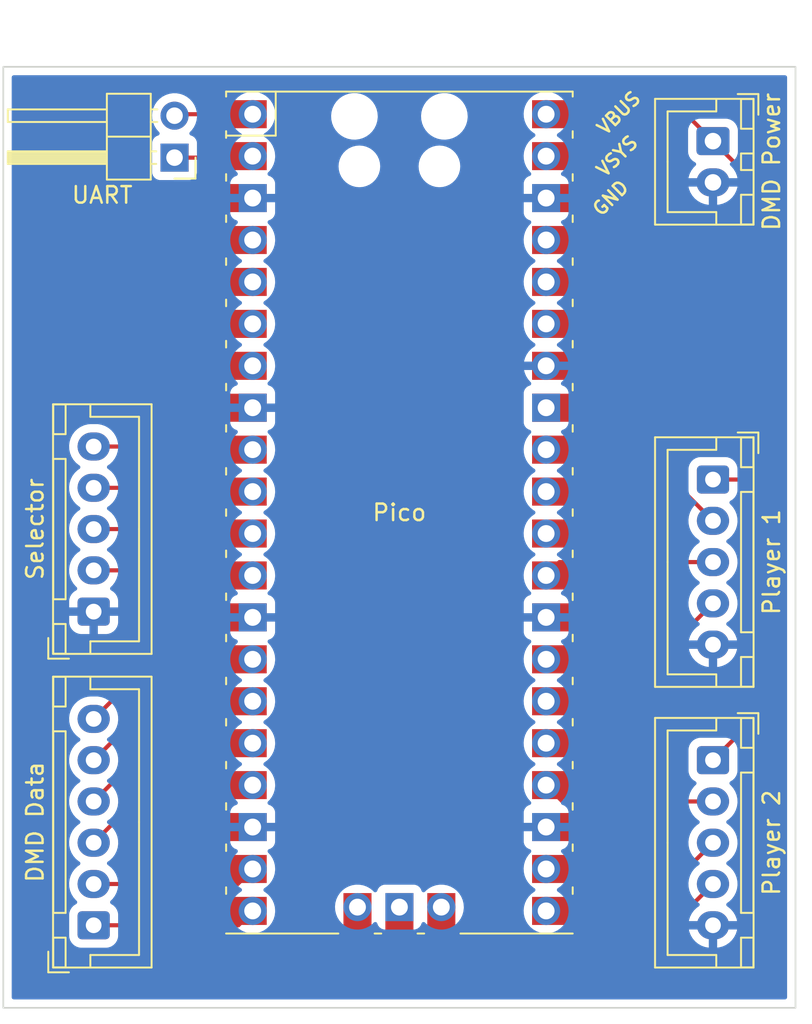
<source format=kicad_pcb>
(kicad_pcb (version 20211014) (generator pcbnew)
  (layers (0 "F.Cu" signal) (31 "B.Cu" signal) (34 "B.Paste" user) (35 "F.Paste" user) (36 "B.SilkS" user "B.Silkscreen") (37 "F.SilkS" user "F.Silkscreen") (38 "B.Mask" user) (39 "F.Mask" user) (44 "Edge.Cuts" user))
  (net 0 "")
  (net 1 "Net-(U1-Pad2)")
  (net 2 "Net-(U1-Pad1)")
  (net 3 "+5V")
  (net 4 "GND")
  (net 5 "Net-(U1-Pad20)")
  (net 6 "Net-(U1-Pad19)")
  (net 7 "Net-(U1-Pad17)")
  (net 8 "Net-(U1-Pad16)")
  (net 9 "Net-(U1-Pad15)")
  (net 10 "Net-(U1-Pad14)")
  (net 11 "Net-(U1-Pad12)")
  (net 12 "Net-(U1-Pad11)")
  (net 13 "Net-(U1-Pad10)")
  (net 14 "Net-(U1-Pad9)")
  (net 15 "Net-(U1-Pad31)")
  (net 16 "Net-(U1-Pad29)")
  (net 17 "Net-(U1-Pad27)")
  (net 18 "Net-(U1-Pad24)")
  (net 19 "Net-(U1-Pad22)")
  (net 20 "Net-(U1-Pad21)")
  (footprint "MCU_RaspberryPi_and_Boards:RPi_Pico_SMD_TH" (layer "F.Cu") (at 153 131)
    (fp_text reference "Pico" (at 0 0) (layer "F.SilkS"))
    (fp_text value "Pico")
    (fp_text user "VSYS" (at 13.2 -21.59 45) (layer "F.SilkS") (effects (font (size 0.8 0.8))))
    (fp_text user "VBUS" (at 13.3 -24.2 45) (layer "F.SilkS") (effects (font (size 0.8 0.8))))
    (fp_text user "GND" (at 12.8 -19.05 45) (layer "F.SilkS") (effects (font (size 0.8 0.8))))
    (fp_line (start -10.5 15.1) (end -10.5 15.5) (layer "F.SilkS") (width 0.12))
    (fp_line (start -10.5 -18) (end -10.5 -17.6) (layer "F.SilkS") (width 0.12))
    (fp_line (start -7.493 -22.833) (end -7.493 -25.5) (layer "F.SilkS") (width 0.12))
    (fp_line (start 1.1 25.5) (end 1.5 25.5) (layer "F.SilkS") (width 0.12))
    (fp_line (start 10.5 -18) (end 10.5 -17.6) (layer "F.SilkS") (width 0.12))
    (fp_line (start 10.5 25.5) (end 3.7 25.5) (layer "F.SilkS") (width 0.12))
    (fp_line (start 10.5 -20.5) (end 10.5 -20.1) (layer "F.SilkS") (width 0.12))
    (fp_line (start -1.5 25.5) (end -1.1 25.5) (layer "F.SilkS") (width 0.12))
    (fp_line (start 10.5 4.9) (end 10.5 5.3) (layer "F.SilkS") (width 0.12))
    (fp_line (start -10.5 -0.2) (end -10.5 0.2) (layer "F.SilkS") (width 0.12))
    (fp_line (start -10.5 -10.4) (end -10.5 -10) (layer "F.SilkS") (width 0.12))
    (fp_line (start -10.5 17.6) (end -10.5 18) (layer "F.SilkS") (width 0.12))
    (fp_line (start 10.5 -5.3) (end 10.5 -4.9) (layer "F.SilkS") (width 0.12))
    (fp_line (start -10.5 -12.9) (end -10.5 -12.5) (layer "F.SilkS") (width 0.12))
    (fp_line (start -10.5 -15.4) (end -10.5 -15) (layer "F.SilkS") (width 0.12))
    (fp_line (start -10.5 -22.833) (end -7.493 -22.833) (layer "F.SilkS") (width 0.12))
    (fp_line (start 10.5 15.1) (end 10.5 15.5) (layer "F.SilkS") (width 0.12))
    (fp_line (start -10.5 4.9) (end -10.5 5.3) (layer "F.SilkS") (width 0.12))
    (fp_line (start 10.5 -0.2) (end 10.5 0.2) (layer "F.SilkS") (width 0.12))
    (fp_line (start 10.5 17.6) (end 10.5 18) (layer "F.SilkS") (width 0.12))
    (fp_line (start -10.5 12.5) (end -10.5 12.9) (layer "F.SilkS") (width 0.12))
    (fp_line (start -10.5 2.3) (end -10.5 2.7) (layer "F.SilkS") (width 0.12))
    (fp_line (start 10.5 -10.4) (end 10.5 -10) (layer "F.SilkS") (width 0.12))
    (fp_line (start 10.5 -15.4) (end 10.5 -15) (layer "F.SilkS") (width 0.12))
    (fp_line (start 10.5 -7.8) (end 10.5 -7.4) (layer "F.SilkS") (width 0.12))
    (fp_line (start 10.5 20.1) (end 10.5 20.5) (layer "F.SilkS") (width 0.12))
    (fp_line (start 10.5 7.4) (end 10.5 7.8) (layer "F.SilkS") (width 0.12))
    (fp_line (start -10.5 10) (end -10.5 10.4) (layer "F.SilkS") (width 0.12))
    (fp_line (start -10.5 22.7) (end -10.5 23.1) (layer "F.SilkS") (width 0.12))
    (fp_line (start -10.5 -25.5) (end 10.5 -25.5) (layer "F.SilkS") (width 0.12))
    (fp_line (start -10.5 -20.5) (end -10.5 -20.1) (layer "F.SilkS") (width 0.12))
    (fp_line (start -10.5 20.1) (end -10.5 20.5) (layer "F.SilkS") (width 0.12))
    (fp_line (start -10.5 -7.8) (end -10.5 -7.4) (layer "F.SilkS") (width 0.12))
    (fp_line (start 10.5 10) (end 10.5 10.4) (layer "F.SilkS") (width 0.12))
    (fp_line (start -10.5 7.4) (end -10.5 7.8) (layer "F.SilkS") (width 0.12))
    (fp_line (start -3.7 25.5) (end -10.5 25.5) (layer "F.SilkS") (width 0.12))
    (fp_line (start 10.5 -12.9) (end 10.5 -12.5) (layer "F.SilkS") (width 0.12))
    (fp_line (start -10.5 -5.3) (end -10.5 -4.9) (layer "F.SilkS") (width 0.12))
    (fp_line (start 10.5 -2.7) (end 10.5 -2.3) (layer "F.SilkS") (width 0.12))
    (fp_line (start 10.5 2.3) (end 10.5 2.7) (layer "F.SilkS") (width 0.12))
    (fp_line (start -10.5 -25.5) (end -10.5 -25.2) (layer "F.SilkS") (width 0.12))
    (fp_line (start 10.5 12.5) (end 10.5 12.9) (layer "F.SilkS") (width 0.12))
    (fp_line (start 10.5 -23.1) (end 10.5 -22.7) (layer "F.SilkS") (width 0.12))
    (fp_line (start -10.5 -23.1) (end -10.5 -22.7) (layer "F.SilkS") (width 0.12))
    (fp_line (start -10.5 -2.7) (end -10.5 -2.3) (layer "F.SilkS") (width 0.12))
    (fp_line (start 10.5 -25.5) (end 10.5 -25.2) (layer "F.SilkS") (width 0.12))
    (fp_line (start 10.5 22.7) (end 10.5 23.1) (layer "F.SilkS") (width 0.12))
    (pad "" np_thru_hole oval (at 2.425 -20.97) (size 1.5 1.5) (drill 1.5) (layers *.Cu *.Mask))
    (pad "" np_thru_hole oval (at -2.425 -20.97) (size 1.5 1.5) (drill 1.5) (layers *.Cu *.Mask))
    (pad "" np_thru_hole oval (at -2.725 -24) (size 1.8 1.8) (drill 1.8) (layers *.Cu *.Mask))
    (pad "" np_thru_hole oval (at 2.725 -24) (size 1.8 1.8) (drill 1.8) (layers *.Cu *.Mask))
    (pad "1" thru_hole oval (at -8.89 -24.13) (size 1.7 1.7) (drill 1.02) (layers *.Cu *.Mask) (net 2 "Net-(U1-Pad1)"))
    (pad "1" smd rect (at -8.89 -24.13) (size 3.5 1.7) (drill (offset -0.9 0)) (layers "F.Cu" "F.Mask") (net 2 "Net-(U1-Pad1)"))
    (pad "2" smd rect (at -8.89 -21.59) (size 3.5 1.7) (drill (offset -0.9 0)) (layers "F.Cu" "F.Mask") (net 1 "Net-(U1-Pad2)"))
    (pad "2" thru_hole oval (at -8.89 -21.59) (size 1.7 1.7) (drill 1.02) (layers *.Cu *.Mask) (net 1 "Net-(U1-Pad2)"))
    (pad "3" thru_hole rect (at -8.89 -19.05) (size 1.7 1.7) (drill 1.02) (layers *.Cu *.Mask) (net 4 "GND"))
    (pad "3" smd rect (at -8.89 -19.05) (size 3.5 1.7) (drill (offset -0.9 0)) (layers "F.Cu" "F.Mask") (net 4 "GND"))
    (pad "4" thru_hole oval (at -8.89 -16.51) (size 1.7 1.7) (drill 1.02) (layers *.Cu *.Mask))
    (pad "4" smd rect (at -8.89 -16.51) (size 3.5 1.7) (drill (offset -0.9 0)) (layers "F.Cu" "F.Mask"))
    (pad "5" thru_hole oval (at -8.89 -13.97) (size 1.7 1.7) (drill 1.02) (layers *.Cu *.Mask))
    (pad "5" smd rect (at -8.89 -13.97) (size 3.5 1.7) (drill (offset -0.9 0)) (layers "F.Cu" "F.Mask"))
    (pad "6" thru_hole oval (at -8.89 -11.43) (size 1.7 1.7) (drill 1.02) (layers *.Cu *.Mask))
    (pad "6" smd rect (at -8.89 -11.43) (size 3.5 1.7) (drill (offset -0.9 0)) (layers "F.Cu" "F.Mask"))
    (pad "7" thru_hole oval (at -8.89 -8.89) (size 1.7 1.7) (drill 1.02) (layers *.Cu *.Mask))
    (pad "7" smd rect (at -8.89 -8.89) (size 3.5 1.7) (drill (offset -0.9 0)) (layers "F.Cu" "F.Mask"))
    (pad "8" smd rect (at -8.89 -6.35) (size 3.5 1.7) (drill (offset -0.9 0)) (layers "F.Cu" "F.Mask") (net 4 "GND"))
    (pad "8" thru_hole rect (at -8.89 -6.35) (size 1.7 1.7) (drill 1.02) (layers *.Cu *.Mask) (net 4 "GND"))
    (pad "9" thru_hole oval (at -8.89 -3.81) (size 1.7 1.7) (drill 1.02) (layers *.Cu *.Mask) (net 14 "Net-(U1-Pad9)"))
    (pad "9" smd rect (at -8.89 -3.81) (size 3.5 1.7) (drill (offset -0.9 0)) (layers "F.Cu" "F.Mask") (net 14 "Net-(U1-Pad9)"))
    (pad "10" smd rect (at -8.89 -1.27) (size 3.5 1.7) (drill (offset -0.9 0)) (layers "F.Cu" "F.Mask") (net 13 "Net-(U1-Pad10)"))
    (pad "10" thru_hole oval (at -8.89 -1.27) (size 1.7 1.7) (drill 1.02) (layers *.Cu *.Mask) (net 13 "Net-(U1-Pad10)"))
    (pad "11" thru_hole oval (at -8.89 1.27) (size 1.7 1.7) (drill 1.02) (layers *.Cu *.Mask) (net 12 "Net-(U1-Pad11)"))
    (pad "11" smd rect (at -8.89 1.27) (size 3.5 1.7) (drill (offset -0.9 0)) (layers "F.Cu" "F.Mask") (net 12 "Net-(U1-Pad11)"))
    (pad "12" thru_hole oval (at -8.89 3.81) (size 1.7 1.7) (drill 1.02) (layers *.Cu *.Mask) (net 11 "Net-(U1-Pad12)"))
    (pad "12" smd rect (at -8.89 3.81) (size 3.5 1.7) (drill (offset -0.9 0)) (layers "F.Cu" "F.Mask") (net 11 "Net-(U1-Pad12)"))
    (pad "13" thru_hole rect (at -8.89 6.35) (size 1.7 1.7) (drill 1.02) (layers *.Cu *.Mask) (net 4 "GND"))
    (pad "13" smd rect (at -8.89 6.35) (size 3.5 1.7) (drill (offset -0.9 0)) (layers "F.Cu" "F.Mask") (net 4 "GND"))
    (pad "14" smd rect (at -8.89 8.89) (size 3.5 1.7) (drill (offset -0.9 0)) (layers "F.Cu" "F.Mask") (net 10 "Net-(U1-Pad14)"))
    (pad "14" thru_hole oval (at -8.89 8.89) (size 1.7 1.7) (drill 1.02) (layers *.Cu *.Mask) (net 10 "Net-(U1-Pad14)"))
    (pad "15" smd rect (at -8.89 11.43) (size 3.5 1.7) (drill (offset -0.9 0)) (layers "F.Cu" "F.Mask") (net 9 "Net-(U1-Pad15)"))
    (pad "15" thru_hole oval (at -8.89 11.43) (size 1.7 1.7) (drill 1.02) (layers *.Cu *.Mask) (net 9 "Net-(U1-Pad15)"))
    (pad "16" smd rect (at -8.89 13.97) (size 3.5 1.7) (drill (offset -0.9 0)) (layers "F.Cu" "F.Mask") (net 8 "Net-(U1-Pad16)"))
    (pad "16" thru_hole oval (at -8.89 13.97) (size 1.7 1.7) (drill 1.02) (layers *.Cu *.Mask) (net 8 "Net-(U1-Pad16)"))
    (pad "17" thru_hole oval (at -8.89 16.51) (size 1.7 1.7) (drill 1.02) (layers *.Cu *.Mask) (net 7 "Net-(U1-Pad17)"))
    (pad "17" smd rect (at -8.89 16.51) (size 3.5 1.7) (drill (offset -0.9 0)) (layers "F.Cu" "F.Mask") (net 7 "Net-(U1-Pad17)"))
    (pad "18" thru_hole rect (at -8.89 19.05) (size 1.7 1.7) (drill 1.02) (layers *.Cu *.Mask) (net 4 "GND"))
    (pad "18" smd rect (at -8.89 19.05) (size 3.5 1.7) (drill (offset -0.9 0)) (layers "F.Cu" "F.Mask") (net 4 "GND"))
    (pad "19" thru_hole oval (at -8.89 21.59) (size 1.7 1.7) (drill 1.02) (layers *.Cu *.Mask) (net 6 "Net-(U1-Pad19)"))
    (pad "19" smd rect (at -8.89 21.59) (size 3.5 1.7) (drill (offset -0.9 0)) (layers "F.Cu" "F.Mask") (net 6 "Net-(U1-Pad19)"))
    (pad "20" smd rect (at -8.89 24.13) (size 3.5 1.7) (drill (offset -0.9 0)) (layers "F.Cu" "F.Mask") (net 5 "Net-(U1-Pad20)"))
    (pad "20" thru_hole oval (at -8.89 24.13) (size 1.7 1.7) (drill 1.02) (layers *.Cu *.Mask) (net 5 "Net-(U1-Pad20)"))
    (pad "21" thru_hole oval (at 8.89 24.13) (size 1.7 1.7) (drill 1.02) (layers *.Cu *.Mask) (net 20 "Net-(U1-Pad21)"))
    (pad "21" smd rect (at 8.89 24.13) (size 3.5 1.7) (drill (offset 0.9 0)) (layers "F.Cu" "F.Mask") (net 20 "Net-(U1-Pad21)"))
    (pad "22" thru_hole oval (at 8.89 21.59) (size 1.7 1.7) (drill 1.02) (layers *.Cu *.Mask) (net 19 "Net-(U1-Pad22)"))
    (pad "22" smd rect (at 8.89 21.59) (size 3.5 1.7) (drill (offset 0.9 0)) (layers "F.Cu" "F.Mask") (net 19 "Net-(U1-Pad22)"))
    (pad "23" smd rect (at 8.89 19.05) (size 3.5 1.7) (drill (offset 0.9 0)) (layers "F.Cu" "F.Mask") (net 4 "GND"))
    (pad "23" thru_hole rect (at 8.89 19.05) (size 1.7 1.7) (drill 1.02) (layers *.Cu *.Mask) (net 4 "GND"))
    (pad "24" thru_hole oval (at 8.89 16.51) (size 1.7 1.7) (drill 1.02) (layers *.Cu *.Mask) (net 18 "Net-(U1-Pad24)"))
    (pad "24" smd rect (at 8.89 16.51) (size 3.5 1.7) (drill (offset 0.9 0)) (layers "F.Cu" "F.Mask") (net 18 "Net-(U1-Pad24)"))
    (pad "25" thru_hole oval (at 8.89 13.97) (size 1.7 1.7) (drill 1.02) (layers *.Cu *.Mask))
    (pad "25" smd rect (at 8.89 13.97) (size 3.5 1.7) (drill (offset 0.9 0)) (layers "F.Cu" "F.Mask"))
    (pad "26" smd rect (at 8.89 11.43) (size 3.5 1.7) (drill (offset 0.9 0)) (layers "F.Cu" "F.Mask"))
    (pad "26" thru_hole oval (at 8.89 11.43) (size 1.7 1.7) (drill 1.02) (layers *.Cu *.Mask))
    (pad "27" thru_hole oval (at 8.89 8.89) (size 1.7 1.7) (drill 1.02) (layers *.Cu *.Mask) (net 17 "Net-(U1-Pad27)"))
    (pad "27" smd rect (at 8.89 8.89) (size 3.5 1.7) (drill (offset 0.9 0)) (layers "F.Cu" "F.Mask") (net 17 "Net-(U1-Pad27)"))
    (pad "28" thru_hole rect (at 8.89 6.35) (size 1.7 1.7) (drill 1.02) (layers *.Cu *.Mask) (net 4 "GND"))
    (pad "28" smd rect (at 8.89 6.35) (size 3.5 1.7) (drill (offset 0.9 0)) (layers "F.Cu" "F.Mask") (net 4 "GND"))
    (pad "29" smd rect (at 8.89 3.81) (size 3.5 1.7) (drill (offset 0.9 0)) (layers "F.Cu" "F.Mask") (net 16 "Net-(U1-Pad29)"))
    (pad "29" thru_hole oval (at 8.89 3.81) (size 1.7 1.7) (drill 1.02) (layers *.Cu *.Mask) (net 16 "Net-(U1-Pad29)"))
    (pad "30" smd rect (at 8.89 1.27) (size 3.5 1.7) (drill (offset 0.9 0)) (layers "F.Cu" "F.Mask"))
    (pad "30" thru_hole oval (at 8.89 1.27) (size 1.7 1.7) (drill 1.02) (layers *.Cu *.Mask))
    (pad "31" smd rect (at 8.89 -1.27) (size 3.5 1.7) (drill (offset 0.9 0)) (layers "F.Cu" "F.Mask") (net 15 "Net-(U1-Pad31)"))
    (pad "31" thru_hole oval (at 8.89 -1.27) (size 1.7 1.7) (drill 1.02) (layers *.Cu *.Mask) (net 15 "Net-(U1-Pad31)"))
    (pad "32" thru_hole oval (at 8.89 -3.81) (size 1.7 1.7) (drill 1.02) (layers *.Cu *.Mask))
    (pad "32" smd rect (at 8.89 -3.81) (size 3.5 1.7) (drill (offset 0.9 0)) (layers "F.Cu" "F.Mask"))
    (pad "33" smd rect (at 8.89 -6.35) (size 3.5 1.7) (drill (offset 0.9 0)) (layers "F.Cu" "F.Mask"))
    (pad "33" thru_hole rect (at 8.89 -6.35) (size 1.7 1.7) (drill 1.02) (layers *.Cu *.Mask))
    (pad "34" smd rect (at 8.89 -8.89) (size 3.5 1.7) (drill (offset 0.9 0)) (layers "F.Cu" "F.Mask") (net 4 "GND"))
    (pad "34" thru_hole oval (at 8.89 -8.89) (size 1.7 1.7) (drill 1.02) (layers *.Cu *.Mask) (net 4 "GND"))
    (pad "35" thru_hole oval (at 8.89 -11.43) (size 1.7 1.7) (drill 1.02) (layers *.Cu *.Mask))
    (pad "35" smd rect (at 8.89 -11.43) (size 3.5 1.7) (drill (offset 0.9 0)) (layers "F.Cu" "F.Mask"))
    (pad "36" thru_hole oval (at 8.89 -13.97) (size 1.7 1.7) (drill 1.02) (layers *.Cu *.Mask))
    (pad "36" smd rect (at 8.89 -13.97) (size 3.5 1.7) (drill (offset 0.9 0)) (layers "F.Cu" "F.Mask"))
    (pad "37" thru_hole oval (at 8.89 -16.51) (size 1.7 1.7) (drill 1.02) (layers *.Cu *.Mask))
    (pad "37" smd rect (at 8.89 -16.51) (size 3.5 1.7) (drill (offset 0.9 0)) (layers "F.Cu" "F.Mask"))
    (pad "38" smd rect (at 8.89 -19.05) (size 3.5 1.7) (drill (offset 0.9 0)) (layers "F.Cu" "F.Mask") (net 4 "GND"))
    (pad "38" thru_hole rect (at 8.89 -19.05) (size 1.7 1.7) (drill 1.02) (layers *.Cu *.Mask) (net 4 "GND"))
    (pad "39" thru_hole oval (at 8.89 -21.59) (size 1.7 1.7) (drill 1.02) (layers *.Cu *.Mask))
    (pad "39" smd rect (at 8.89 -21.59) (size 3.5 1.7) (drill (offset 0.9 0)) (layers "F.Cu" "F.Mask"))
    (pad "40" smd rect (at 8.89 -24.13) (size 3.5 1.7) (drill (offset 0.9 0)) (layers "F.Cu" "F.Mask") (net 3 "+5V"))
    (pad "40" thru_hole oval (at 8.89 -24.13) (size 1.7 1.7) (drill 1.02) (layers *.Cu *.Mask) (net 3 "+5V"))
    (pad "41" thru_hole oval (at -2.54 23.9) (size 1.7 1.7) (drill 1.02) (layers *.Cu *.Mask))
    (pad "41" smd rect (at -2.54 23.9 90) (size 3.5 1.7) (drill (offset -0.9 0)) (layers "F.Cu" "F.Mask"))
    (pad "42" thru_hole rect (at 0 23.9) (size 1.7 1.7) (drill 1.02) (layers *.Cu *.Mask))
    (pad "42" smd rect (at 0 23.9 90) (size 3.5 1.7) (drill (offset -0.9 0)) (layers "F.Cu" "F.Mask"))
    (pad "43" smd rect (at 2.54 23.9 90) (size 3.5 1.7) (drill (offset -0.9 0)) (layers "F.Cu" "F.Mask"))
    (pad "43" thru_hole oval (at 2.54 23.9) (size 1.7 1.7) (drill 1.02) (layers *.Cu *.Mask))
  )
  (footprint "Connector_JST:JST_XH_B5B-XH-A_1x05_P2.50mm_Vertical" (layer "F.Cu") (at 172 146 -90)
    (fp_text reference "Player 2" (at 5 -3.55 90) (layer "F.SilkS"))
    (fp_text value "Conn_Player2_Controller")
    (fp_line (start -2.55 -1.7) (end -0.75 -1.7) (layer "F.SilkS") (width 0.12))
    (fp_line (start 11.8 -0.2) (end 11.8 2.75) (layer "F.SilkS") (width 0.12))
    (fp_line (start 12.56 -2.46) (end -2.56 -2.46) (layer "F.SilkS") (width 0.12))
    (fp_line (start -2.56 -2.46) (end -2.56 3.51) (layer "F.SilkS") (width 0.12))
    (fp_line (start 10.75 -1.7) (end 12.55 -1.7) (layer "F.SilkS") (width 0.12))
    (fp_line (start -2.56 3.51) (end 12.56 3.51) (layer "F.SilkS") (width 0.12))
    (fp_line (start 0.75 -2.45) (end 0.75 -1.7) (layer "F.SilkS") (width 0.12))
    (fp_line (start 9.25 -1.7) (end 9.25 -2.45) (layer "F.SilkS") (width 0.12))
    (fp_line (start 12.55 -2.45) (end 10.75 -2.45) (layer "F.SilkS") (width 0.12))
    (fp_line (start -2.55 -2.45) (end -2.55 -1.7) (layer "F.SilkS") (width 0.12))
    (fp_line (start 12.55 -0.2) (end 11.8 -0.2) (layer "F.SilkS") (width 0.12))
    (fp_line (start 9.25 -2.45) (end 0.75 -2.45) (layer "F.SilkS") (width 0.12))
    (fp_line (start -1.6 -2.75) (end -2.85 -2.75) (layer "F.SilkS") (width 0.12))
    (fp_line (start -2.85 -2.75) (end -2.85 -1.5) (layer "F.SilkS") (width 0.12))
    (fp_line (start 12.56 3.51) (end 12.56 -2.46) (layer "F.SilkS") (width 0.12))
    (fp_line (start -2.55 -0.2) (end -1.8 -0.2) (layer "F.SilkS") (width 0.12))
    (fp_line (start 11.8 2.75) (end 5 2.75) (layer "F.SilkS") (width 0.12))
    (fp_line (start 10.75 -2.45) (end 10.75 -1.7) (layer "F.SilkS") (width 0.12))
    (fp_line (start 12.55 -1.7) (end 12.55 -2.45) (layer "F.SilkS") (width 0.12))
    (fp_line (start -1.8 -0.2) (end -1.8 2.75) (layer "F.SilkS") (width 0.12))
    (fp_line (start -0.75 -2.45) (end -2.55 -2.45) (layer "F.SilkS") (width 0.12))
    (fp_line (start -0.75 -1.7) (end -0.75 -2.45) (layer "F.SilkS") (width 0.12))
    (fp_line (start 0.75 -1.7) (end 9.25 -1.7) (layer "F.SilkS") (width 0.12))
    (fp_line (start -1.8 2.75) (end 5 2.75) (layer "F.SilkS") (width 0.12))
    (pad "1" thru_hole roundrect (at 0 0 270) (size 1.7 1.95) (drill 0.95) (layers *.Cu *.Mask) (roundrect_rratio 0.147059) (net 3 "+5V"))
    (pad "2" thru_hole oval (at 2.5 0 270) (size 1.7 1.95) (drill 0.95) (layers *.Cu *.Mask) (net 18 "Net-(U1-Pad24)"))
    (pad "3" thru_hole oval (at 5 0 270) (size 1.7 1.95) (drill 0.95) (layers *.Cu *.Mask) (net 19 "Net-(U1-Pad22)"))
    (pad "4" thru_hole oval (at 7.5 0 270) (size 1.7 1.95) (drill 0.95) (layers *.Cu *.Mask) (net 20 "Net-(U1-Pad21)"))
    (pad "5" thru_hole oval (at 10 0 270) (size 1.7 1.95) (drill 0.95) (layers *.Cu *.Mask) (net 4 "GND"))
  )
  (footprint "Connector_JST:JST_XH_B5B-XH-A_1x05_P2.50mm_Vertical" (layer "F.Cu") (at 172 129 -90)
    (fp_text reference "Player 1" (at 5 -3.55 90) (layer "F.SilkS"))
    (fp_text value "Conn_Player1_Controller")
    (fp_line (start 10.75 -2.45) (end 10.75 -1.7) (layer "F.SilkS") (width 0.12))
    (fp_line (start 0.75 -2.45) (end 0.75 -1.7) (layer "F.SilkS") (width 0.12))
    (fp_line (start -2.56 3.51) (end 12.56 3.51) (layer "F.SilkS") (width 0.12))
    (fp_line (start -1.8 2.75) (end 5 2.75) (layer "F.SilkS") (width 0.12))
    (fp_line (start -2.55 -2.45) (end -2.55 -1.7) (layer "F.SilkS") (width 0.12))
    (fp_line (start 11.8 -0.2) (end 11.8 2.75) (layer "F.SilkS") (width 0.12))
    (fp_line (start -1.6 -2.75) (end -2.85 -2.75) (layer "F.SilkS") (width 0.12))
    (fp_line (start -2.55 -0.2) (end -1.8 -0.2) (layer "F.SilkS") (width 0.12))
    (fp_line (start -2.85 -2.75) (end -2.85 -1.5) (layer "F.SilkS") (width 0.12))
    (fp_line (start -0.75 -1.7) (end -0.75 -2.45) (layer "F.SilkS") (width 0.12))
    (fp_line (start 12.56 -2.46) (end -2.56 -2.46) (layer "F.SilkS") (width 0.12))
    (fp_line (start -0.75 -2.45) (end -2.55 -2.45) (layer "F.SilkS") (width 0.12))
    (fp_line (start 10.75 -1.7) (end 12.55 -1.7) (layer "F.SilkS") (width 0.12))
    (fp_line (start 9.25 -1.7) (end 9.25 -2.45) (layer "F.SilkS") (width 0.12))
    (fp_line (start 12.55 -0.2) (end 11.8 -0.2) (layer "F.SilkS") (width 0.12))
    (fp_line (start -1.8 -0.2) (end -1.8 2.75) (layer "F.SilkS") (width 0.12))
    (fp_line (start -2.56 -2.46) (end -2.56 3.51) (layer "F.SilkS") (width 0.12))
    (fp_line (start 0.75 -1.7) (end 9.25 -1.7) (layer "F.SilkS") (width 0.12))
    (fp_line (start 12.55 -1.7) (end 12.55 -2.45) (layer "F.SilkS") (width 0.12))
    (fp_line (start 9.25 -2.45) (end 0.75 -2.45) (layer "F.SilkS") (width 0.12))
    (fp_line (start 12.55 -2.45) (end 10.75 -2.45) (layer "F.SilkS") (width 0.12))
    (fp_line (start 12.56 3.51) (end 12.56 -2.46) (layer "F.SilkS") (width 0.12))
    (fp_line (start 11.8 2.75) (end 5 2.75) (layer "F.SilkS") (width 0.12))
    (fp_line (start -2.55 -1.7) (end -0.75 -1.7) (layer "F.SilkS") (width 0.12))
    (pad "1" thru_hole roundrect (at 0 0 270) (size 1.7 1.95) (drill 0.95) (layers *.Cu *.Mask) (roundrect_rratio 0.147059) (net 3 "+5V"))
    (pad "2" thru_hole oval (at 2.5 0 270) (size 1.7 1.95) (drill 0.95) (layers *.Cu *.Mask) (net 15 "Net-(U1-Pad31)"))
    (pad "3" thru_hole oval (at 5 0 270) (size 1.7 1.95) (drill 0.95) (layers *.Cu *.Mask) (net 16 "Net-(U1-Pad29)"))
    (pad "4" thru_hole oval (at 7.5 0 270) (size 1.7 1.95) (drill 0.95) (layers *.Cu *.Mask) (net 17 "Net-(U1-Pad27)"))
    (pad "5" thru_hole oval (at 10 0 270) (size 1.7 1.95) (drill 0.95) (layers *.Cu *.Mask) (net 4 "GND"))
  )
  (footprint "Connector_JST:JST_XH_B5B-XH-A_1x05_P2.50mm_Vertical" (layer "F.Cu") (at 134.475 137 90)
    (fp_text reference "Selector" (at 5 -3.55 90) (layer "F.SilkS"))
    (fp_text value "Conn_Selector")
    (fp_line (start -2.55 -2.45) (end -2.55 -1.7) (layer "F.SilkS") (width 0.12))
    (fp_line (start -2.55 -1.7) (end -0.75 -1.7) (layer "F.SilkS") (width 0.12))
    (fp_line (start 11.8 2.75) (end 5 2.75) (layer "F.SilkS") (width 0.12))
    (fp_line (start -2.56 3.51) (end 12.56 3.51) (layer "F.SilkS") (width 0.12))
    (fp_line (start 10.75 -2.45) (end 10.75 -1.7) (layer "F.SilkS") (width 0.12))
    (fp_line (start 12.55 -0.2) (end 11.8 -0.2) (layer "F.SilkS") (width 0.12))
    (fp_line (start 12.55 -1.7) (end 12.55 -2.45) (layer "F.SilkS") (width 0.12))
    (fp_line (start -2.85 -2.75) (end -2.85 -1.5) (layer "F.SilkS") (width 0.12))
    (fp_line (start 0.75 -2.45) (end 0.75 -1.7) (layer "F.SilkS") (width 0.12))
    (fp_line (start 9.25 -1.7) (end 9.25 -2.45) (layer "F.SilkS") (width 0.12))
    (fp_line (start 10.75 -1.7) (end 12.55 -1.7) (layer "F.SilkS") (width 0.12))
    (fp_line (start 11.8 -0.2) (end 11.8 2.75) (layer "F.SilkS") (width 0.12))
    (fp_line (start -1.6 -2.75) (end -2.85 -2.75) (layer "F.SilkS") (width 0.12))
    (fp_line (start -1.8 -0.2) (end -1.8 2.75) (layer "F.SilkS") (width 0.12))
    (fp_line (start 12.56 3.51) (end 12.56 -2.46) (layer "F.SilkS") (width 0.12))
    (fp_line (start -2.55 -0.2) (end -1.8 -0.2) (layer "F.SilkS") (width 0.12))
    (fp_line (start 0.75 -1.7) (end 9.25 -1.7) (layer "F.SilkS") (width 0.12))
    (fp_line (start -1.8 2.75) (end 5 2.75) (layer "F.SilkS") (width 0.12))
    (fp_line (start 9.25 -2.45) (end 0.75 -2.45) (layer "F.SilkS") (width 0.12))
    (fp_line (start 12.56 -2.46) (end -2.56 -2.46) (layer "F.SilkS") (width 0.12))
    (fp_line (start -2.56 -2.46) (end -2.56 3.51) (layer "F.SilkS") (width 0.12))
    (fp_line (start -0.75 -1.7) (end -0.75 -2.45) (layer "F.SilkS") (width 0.12))
    (fp_line (start 12.55 -2.45) (end 10.75 -2.45) (layer "F.SilkS") (width 0.12))
    (fp_line (start -0.75 -2.45) (end -2.55 -2.45) (layer "F.SilkS") (width 0.12))
    (pad "1" thru_hole roundrect (at 0 0 90) (size 1.7 1.95) (drill 0.95) (layers *.Cu *.Mask) (roundrect_rratio 0.147059) (net 4 "GND"))
    (pad "2" thru_hole oval (at 2.5 0 90) (size 1.7 1.95) (drill 0.95) (layers *.Cu *.Mask) (net 11 "Net-(U1-Pad12)"))
    (pad "3" thru_hole oval (at 5 0 90) (size 1.7 1.95) (drill 0.95) (layers *.Cu *.Mask) (net 12 "Net-(U1-Pad11)"))
    (pad "4" thru_hole oval (at 7.5 0 90) (size 1.7 1.95) (drill 0.95) (layers *.Cu *.Mask) (net 13 "Net-(U1-Pad10)"))
    (pad "5" thru_hole oval (at 10 0 90) (size 1.7 1.95) (drill 0.95) (layers *.Cu *.Mask) (net 14 "Net-(U1-Pad9)"))
  )
  (footprint "Connector_JST:JST_XH_B6B-XH-A_1x06_P2.50mm_Vertical" (layer "F.Cu") (at 134.475 156 90)
    (fp_text reference "DMD Data" (at 6.25 -3.55 90) (layer "F.SilkS"))
    (fp_text value "Conn_DMD_Data")
    (fp_line (start 11.75 -1.7) (end 11.75 -2.45) (layer "F.SilkS") (width 0.12))
    (fp_line (start 14.3 -0.2) (end 14.3 2.75) (layer "F.SilkS") (width 0.12))
    (fp_line (start -2.85 -2.75) (end -2.85 -1.5) (layer "F.SilkS") (width 0.12))
    (fp_line (start 15.06 -2.46) (end -2.56 -2.46) (layer "F.SilkS") (width 0.12))
    (fp_line (start -2.55 -1.7) (end -0.75 -1.7) (layer "F.SilkS") (width 0.12))
    (fp_line (start 15.06 3.51) (end 15.06 -2.46) (layer "F.SilkS") (width 0.12))
    (fp_line (start -1.8 -0.2) (end -1.8 2.75) (layer "F.SilkS") (width 0.12))
    (fp_line (start 13.25 -2.45) (end 13.25 -1.7) (layer "F.SilkS") (width 0.12))
    (fp_line (start 11.75 -2.45) (end 0.75 -2.45) (layer "F.SilkS") (width 0.12))
    (fp_line (start 14.3 2.75) (end 6.25 2.75) (layer "F.SilkS") (width 0.12))
    (fp_line (start 0.75 -1.7) (end 11.75 -1.7) (layer "F.SilkS") (width 0.12))
    (fp_line (start -1.6 -2.75) (end -2.85 -2.75) (layer "F.SilkS") (width 0.12))
    (fp_line (start 13.25 -1.7) (end 15.05 -1.7) (layer "F.SilkS") (width 0.12))
    (fp_line (start 15.05 -1.7) (end 15.05 -2.45) (layer "F.SilkS") (width 0.12))
    (fp_line (start -2.55 -0.2) (end -1.8 -0.2) (layer "F.SilkS") (width 0.12))
    (fp_line (start -1.8 2.75) (end 6.25 2.75) (layer "F.SilkS") (width 0.12))
    (fp_line (start -0.75 -2.45) (end -2.55 -2.45) (layer "F.SilkS") (width 0.12))
    (fp_line (start 15.05 -2.45) (end 13.25 -2.45) (layer "F.SilkS") (width 0.12))
    (fp_line (start -2.55 -2.45) (end -2.55 -1.7) (layer "F.SilkS") (width 0.12))
    (fp_line (start -2.56 3.51) (end 15.06 3.51) (layer "F.SilkS") (width 0.12))
    (fp_line (start -0.75 -1.7) (end -0.75 -2.45) (layer "F.SilkS") (width 0.12))
    (fp_line (start -2.56 -2.46) (end -2.56 3.51) (layer "F.SilkS") (width 0.12))
    (fp_line (start 15.05 -0.2) (end 14.3 -0.2) (layer "F.SilkS") (width 0.12))
    (fp_line (start 0.75 -2.45) (end 0.75 -1.7) (layer "F.SilkS") (width 0.12))
    (pad "1" thru_hole roundrect (at 0 0 90) (size 1.7 1.95) (drill 0.95) (layers *.Cu *.Mask) (roundrect_rratio 0.147059) (net 5 "Net-(U1-Pad20)"))
    (pad "2" thru_hole oval (at 2.5 0 90) (size 1.7 1.95) (drill 0.95) (layers *.Cu *.Mask) (net 6 "Net-(U1-Pad19)"))
    (pad "3" thru_hole oval (at 5 0 90) (size 1.7 1.95) (drill 0.95) (layers *.Cu *.Mask) (net 7 "Net-(U1-Pad17)"))
    (pad "4" thru_hole oval (at 7.5 0 90) (size 1.7 1.95) (drill 0.95) (layers *.Cu *.Mask) (net 8 "Net-(U1-Pad16)"))
    (pad "5" thru_hole oval (at 10 0 90) (size 1.7 1.95) (drill 0.95) (layers *.Cu *.Mask) (net 9 "Net-(U1-Pad15)"))
    (pad "6" thru_hole oval (at 12.5 0 90) (size 1.7 1.95) (drill 0.95) (layers *.Cu *.Mask) (net 10 "Net-(U1-Pad14)"))
  )
  (footprint "Connector_JST:JST_XH_B2B-XH-A_1x02_P2.50mm_Vertical" (layer "F.Cu") (at 172 108.5 -90)
    (fp_text reference "DMD Power" (at 1.25 -3.55 90) (layer "F.SilkS"))
    (fp_text value "Conn_DMD_Power")
    (fp_line (start 5.05 -2.45) (end 3.25 -2.45) (layer "F.SilkS") (width 0.12))
    (fp_line (start 1.75 -2.45) (end 0.75 -2.45) (layer "F.SilkS") (width 0.12))
    (fp_line (start -2.55 -1.7) (end -0.75 -1.7) (layer "F.SilkS") (width 0.12))
    (fp_line (start -2.55 -0.2) (end -1.8 -0.2) (layer "F.SilkS") (width 0.12))
    (fp_line (start 5.05 -0.2) (end 4.3 -0.2) (layer "F.SilkS") (width 0.12))
    (fp_line (start 1.75 -1.7) (end 1.75 -2.45) (layer "F.SilkS") (width 0.12))
    (fp_line (start -1.8 2.75) (end 1.25 2.75) (layer "F.SilkS") (width 0.12))
    (fp_line (start 3.25 -1.7) (end 5.05 -1.7) (layer "F.SilkS") (width 0.12))
    (fp_line (start -2.56 -2.46) (end -2.56 3.51) (layer "F.SilkS") (width 0.12))
    (fp_line (start -2.85 -2.75) (end -2.85 -1.5) (layer "F.SilkS") (width 0.12))
    (fp_line (start 5.05 -1.7) (end 5.05 -2.45) (layer "F.SilkS") (width 0.12))
    (fp_line (start -2.56 3.51) (end 5.06 3.51) (layer "F.SilkS") (width 0.12))
    (fp_line (start 0.75 -1.7) (end 1.75 -1.7) (layer "F.SilkS") (width 0.12))
    (fp_line (start -1.8 -0.2) (end -1.8 2.75) (layer "F.SilkS") (width 0.12))
    (fp_line (start 4.3 2.75) (end 1.25 2.75) (layer "F.SilkS") (width 0.12))
    (fp_line (start -0.75 -1.7) (end -0.75 -2.45) (layer "F.SilkS") (width 0.12))
    (fp_line (start 0.75 -2.45) (end 0.75 -1.7) (layer "F.SilkS") (width 0.12))
    (fp_line (start 5.06 -2.46) (end -2.56 -2.46) (layer "F.SilkS") (width 0.12))
    (fp_line (start 3.25 -2.45) (end 3.25 -1.7) (layer "F.SilkS") (width 0.12))
    (fp_line (start 5.06 3.51) (end 5.06 -2.46) (layer "F.SilkS") (width 0.12))
    (fp_line (start 4.3 -0.2) (end 4.3 2.75) (layer "F.SilkS") (width 0.12))
    (fp_line (start -0.75 -2.45) (end -2.55 -2.45) (layer "F.SilkS") (width 0.12))
    (fp_line (start -2.55 -2.45) (end -2.55 -1.7) (layer "F.SilkS") (width 0.12))
    (fp_line (start -1.6 -2.75) (end -2.85 -2.75) (layer "F.SilkS") (width 0.12))
    (pad "1" thru_hole roundrect (at 0 0 270) (size 1.7 2) (drill 1) (layers *.Cu *.Mask) (roundrect_rratio 0.147059) (net 3 "+5V"))
    (pad "2" thru_hole oval (at 2.5 0 270) (size 1.7 2) (drill 1) (layers *.Cu *.Mask) (net 4 "GND"))
  )
  (footprint "Connector_PinHeader_2.54mm:PinHeader_1x02_P2.54mm_Horizontal" (layer "F.Cu") (at 139.375 109.5 180)
    (fp_text reference "UART" (at 4.385 -2.27 180) (layer "F.SilkS"))
    (fp_text value "Conn_UART")
    (fp_line (start 4.1 -0.32) (end 10.1 -0.32) (layer "F.SilkS") (width 0.12))
    (fp_line (start 1.042929 2.92) (end 1.44 2.92) (layer "F.SilkS") (width 0.12))
    (fp_line (start 10.1 2.16) (end 10.1 2.92) (layer "F.SilkS") (width 0.12))
    (fp_line (start 1.44 -1.33) (end 1.44 3.87) (layer "F.SilkS") (width 0.12))
    (fp_line (start 10.1 0.38) (end 4.1 0.38) (layer "F.SilkS") (width 0.12))
    (fp_line (start 4.1 -1.33) (end 1.44 -1.33) (layer "F.SilkS") (width 0.12))
    (fp_line (start 10.1 2.92) (end 4.1 2.92) (layer "F.SilkS") (width 0.12))
    (fp_line (start 10.1 -0.38) (end 10.1 0.38) (layer "F.SilkS") (width 0.12))
    (fp_line (start -1.27 -1.27) (end 0 -1.27) (layer "F.SilkS") (width 0.12))
    (fp_line (start 1.44 3.87) (end 4.1 3.87) (layer "F.SilkS") (width 0.12))
    (fp_line (start -1.27 0) (end -1.27 -1.27) (layer "F.SilkS") (width 0.12))
    (fp_line (start 4.1 0.04) (end 10.1 0.04) (layer "F.SilkS") (width 0.12))
    (fp_line (start 1.44 1.27) (end 4.1 1.27) (layer "F.SilkS") (width 0.12))
    (fp_line (start 1.042929 2.16) (end 1.44 2.16) (layer "F.SilkS") (width 0.12))
    (fp_line (start 1.11 -0.38) (end 1.44 -0.38) (layer "F.SilkS") (width 0.12))
    (fp_line (start 4.1 0.28) (end 10.1 0.28) (layer "F.SilkS") (width 0.12))
    (fp_line (start 4.1 2.16) (end 10.1 2.16) (layer "F.SilkS") (width 0.12))
    (fp_line (start 4.1 3.87) (end 4.1 -1.33) (layer "F.SilkS") (width 0.12))
    (fp_line (start 4.1 -0.38) (end 10.1 -0.38) (layer "F.SilkS") (width 0.12))
    (fp_line (start 4.1 0.16) (end 10.1 0.16) (layer "F.SilkS") (width 0.12))
    (fp_line (start 4.1 -0.2) (end 10.1 -0.2) (layer "F.SilkS") (width 0.12))
    (fp_line (start 4.1 -0.08) (end 10.1 -0.08) (layer "F.SilkS") (width 0.12))
    (fp_line (start 1.11 0.38) (end 1.44 0.38) (layer "F.SilkS") (width 0.12))
    (pad "1" thru_hole rect (at 0 0 180) (size 1.7 1.7) (drill 1) (layers *.Cu *.Mask) (net 1 "Net-(U1-Pad2)"))
    (pad "2" thru_hole oval (at 0 2.54 180) (size 1.7 1.7) (drill 1) (layers *.Cu *.Mask) (net 2 "Net-(U1-Pad1)"))
  )
  (gr_rect (start 129 104) (end 177 161) (layer "Edge.Cuts") (width 0.1) (fill none))
  (segment (start 144.02 109.5) (end 144.11 109.41) (width 0.25) (layer "F.Cu") (net 1))
  (segment (start 139.375 109.5) (end 144.02 109.5) (width 0.25) (layer "F.Cu") (net 1))
  (segment (start 144.11 106.87) (end 139.465 106.87) (width 0.25) (layer "F.Cu") (net 2))
  (segment (start 139.465 106.87) (end 139.375 106.96) (width 0.25) (layer "F.Cu") (net 2))
  (segment (start 174 144) (end 174 129) (width 0.25) (layer "F.Cu") (net 3))
  (segment (start 172 146) (end 174 144) (width 0.25) (layer "F.Cu") (net 3))
  (segment (start 161.89 106.87) (end 170.37 106.87) (width 0.25) (layer "F.Cu") (net 3))
  (segment (start 174 129) (end 172 129) (width 0.25) (layer "F.Cu") (net 3))
  (segment (start 174 129) (end 174 110.5) (width 0.25) (layer "F.Cu") (net 3))
  (segment (start 174 110.5) (end 172 108.5) (width 0.25) (layer "F.Cu") (net 3))
  (segment (start 170.37 106.87) (end 172 108.5) (width 0.25) (layer "F.Cu") (net 3))
  (segment (start 134.475 156) (end 143.24 156) (width 0.25) (layer "F.Cu") (net 5))
  (segment (start 143.24 156) (end 144.11 155.13) (width 0.25) (layer "F.Cu") (net 5))
  (segment (start 134.475 153.5) (end 143.2 153.5) (width 0.25) (layer "F.Cu") (net 6))
  (segment (start 143.2 153.5) (end 144.11 152.59) (width 0.25) (layer "F.Cu") (net 6))
  (segment (start 134.475 151) (end 137.965 147.51) (width 0.25) (layer "F.Cu") (net 7))
  (segment (start 137.965 147.51) (end 144.11 147.51) (width 0.25) (layer "F.Cu") (net 7))
  (segment (start 138.005 144.97) (end 144.11 144.97) (width 0.25) (layer "F.Cu") (net 8))
  (segment (start 134.475 148.5) (end 138.005 144.97) (width 0.25) (layer "F.Cu") (net 8))
  (segment (start 138.045 142.43) (end 144.11 142.43) (width 0.25) (layer "F.Cu") (net 9))
  (segment (start 134.475 146) (end 138.045 142.43) (width 0.25) (layer "F.Cu") (net 9))
  (segment (start 138.085 139.89) (end 144.11 139.89) (width 0.25) (layer "F.Cu") (net 10))
  (segment (start 134.475 143.5) (end 138.085 139.89) (width 0.25) (layer "F.Cu") (net 10))
  (segment (start 143.8 134.5) (end 144.11 134.81) (width 0.25) (layer "F.Cu") (net 11))
  (segment (start 134.475 134.5) (end 143.8 134.5) (width 0.25) (layer "F.Cu") (net 11))
  (segment (start 143.84 132) (end 144.11 132.27) (width 0.25) (layer "F.Cu") (net 12))
  (segment (start 134.475 132) (end 143.84 132) (width 0.25) (layer "F.Cu") (net 12))
  (segment (start 143.88 129.5) (end 144.11 129.73) (width 0.25) (layer "F.Cu") (net 13))
  (segment (start 134.475 129.5) (end 143.88 129.5) (width 0.25) (layer "F.Cu") (net 13))
  (segment (start 134.475 127) (end 143.92 127) (width 0.25) (layer "F.Cu") (net 14))
  (segment (start 143.92 127) (end 144.11 127.19) (width 0.25) (layer "F.Cu") (net 14))
  (segment (start 172 131.5) (end 170.23 129.73) (width 0.25) (layer "F.Cu") (net 15))
  (segment (start 170.23 129.73) (end 161.89 129.73) (width 0.25) (layer "F.Cu") (net 15))
  (segment (start 172 134) (end 162.7 134) (width 0.25) (layer "F.Cu") (net 16))
  (segment (start 162.7 134) (end 161.89 134.81) (width 0.25) (layer "F.Cu") (net 16))
  (segment (start 172 136.5) (end 168.61 139.89) (width 0.25) (layer "F.Cu") (net 17))
  (segment (start 168.61 139.89) (end 161.89 139.89) (width 0.25) (layer "F.Cu") (net 17))
  (segment (start 162.88 148.5) (end 161.89 147.51) (width 0.25) (layer "F.Cu") (net 18))
  (segment (start 172 148.5) (end 162.88 148.5) (width 0.25) (layer "F.Cu") (net 18))
  (segment (start 170.41 152.59) (end 161.89 152.59) (width 0.25) (layer "F.Cu") (net 19))
  (segment (start 172 151) (end 170.41 152.59) (width 0.25) (layer "F.Cu") (net 19))
  (segment (start 170.37 155.13) (end 161.89 155.13) (width 0.25) (layer "F.Cu") (net 20))
  (segment (start 172 153.5) (end 170.37 155.13) (width 0.25) (layer "F.Cu") (net 20))
  (zone (net 4) (net_name "GND") (layer "B.Cu") (connect_pads (clearance 0.508)) (min_thickness 0.254) (fill yes (thermal_gap 0.508) (thermal_bridge_width 0.508))
    (polygon (pts (xy 178 162) (xy 129 162) (xy 129 103) (xy 178 103)))
  )
)
</source>
